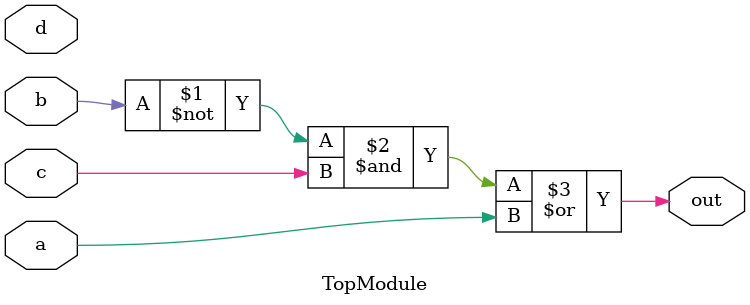
<source format=v>
module TopModule (
  input a,
  input b,
  input c,
  input d,
  output out
);

  assign out = (~b & c) | (a);

endmodule


</source>
